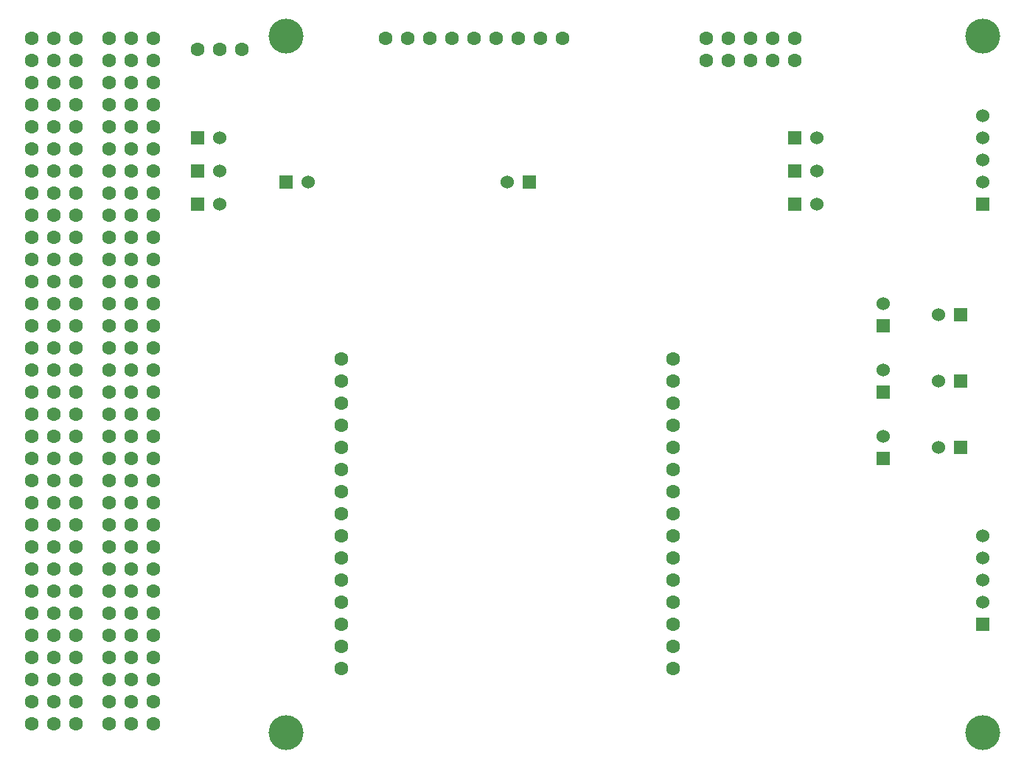
<source format=gbs>
G04 (created by PCBNEW (2013-05-31 BZR 4019)-stable) date 8/21/2013 10:35:06 AM*
%MOIN*%
G04 Gerber Fmt 3.4, Leading zero omitted, Abs format*
%FSLAX34Y34*%
G01*
G70*
G90*
G04 APERTURE LIST*
%ADD10C,0.00590551*%
%ADD11C,0.0629921*%
%ADD12R,0.06X0.06*%
%ADD13C,0.06*%
%ADD14C,0.15748*%
G04 APERTURE END LIST*
G54D10*
G54D11*
X22500Y-18000D03*
X22500Y-19000D03*
X22500Y-17000D03*
X22500Y-13000D03*
X22500Y-14000D03*
X22500Y-12000D03*
X23500Y-30000D03*
X23500Y-29000D03*
X23500Y-28000D03*
X23500Y-27000D03*
X23500Y-31000D03*
X23500Y-32000D03*
X23500Y-33000D03*
X23500Y-34000D03*
X23500Y-42000D03*
X23500Y-41000D03*
X23500Y-40000D03*
X23500Y-39000D03*
X23500Y-35000D03*
X23500Y-36000D03*
X23500Y-37000D03*
X23500Y-38000D03*
X23500Y-22000D03*
X23500Y-21000D03*
X23500Y-20000D03*
X23500Y-19000D03*
X23500Y-23000D03*
X23500Y-24000D03*
X23500Y-25000D03*
X23500Y-26000D03*
X23500Y-18000D03*
X23500Y-17000D03*
X23500Y-16000D03*
X23500Y-15000D03*
X24500Y-11000D03*
X24500Y-12000D03*
X24500Y-13000D03*
X24500Y-14000D03*
X24500Y-15000D03*
X24500Y-16000D03*
X24500Y-17000D03*
X24500Y-18000D03*
X24500Y-19000D03*
X24500Y-20000D03*
X24500Y-21000D03*
X24500Y-22000D03*
X24500Y-23000D03*
X24500Y-24000D03*
X24500Y-25000D03*
X24500Y-26000D03*
X24500Y-27000D03*
X24500Y-28000D03*
X24500Y-29000D03*
X24500Y-30000D03*
X24500Y-31000D03*
X24500Y-32000D03*
X24500Y-33000D03*
X24500Y-34000D03*
X24500Y-35000D03*
X24500Y-36000D03*
X24500Y-37000D03*
X24500Y-38000D03*
X24500Y-39000D03*
X24500Y-40000D03*
X24500Y-41000D03*
X24500Y-42000D03*
X23500Y-11000D03*
X23500Y-12000D03*
X23500Y-13000D03*
X23500Y-14000D03*
X22500Y-11000D03*
X22500Y-15000D03*
X22500Y-16000D03*
X22500Y-20000D03*
X22500Y-21000D03*
X22500Y-22000D03*
X22500Y-23000D03*
X22500Y-24000D03*
X22500Y-25000D03*
X22500Y-26000D03*
X22500Y-27000D03*
X22500Y-28000D03*
X22500Y-29000D03*
X22500Y-30000D03*
X22500Y-31000D03*
X22500Y-32000D03*
X22500Y-33000D03*
X22500Y-34000D03*
X22500Y-35000D03*
X22500Y-36000D03*
X22500Y-37000D03*
X22500Y-38000D03*
X22500Y-39000D03*
X22500Y-40000D03*
X22500Y-41000D03*
X22500Y-42000D03*
X26000Y-18000D03*
X26000Y-19000D03*
X26000Y-17000D03*
X26000Y-13000D03*
X26000Y-14000D03*
X26000Y-12000D03*
X27000Y-30000D03*
X27000Y-29000D03*
X27000Y-28000D03*
X27000Y-27000D03*
X27000Y-31000D03*
X27000Y-32000D03*
X27000Y-33000D03*
X27000Y-34000D03*
X27000Y-42000D03*
X27000Y-41000D03*
X27000Y-40000D03*
X27000Y-39000D03*
X27000Y-35000D03*
X27000Y-36000D03*
X27000Y-37000D03*
X27000Y-38000D03*
X27000Y-22000D03*
X27000Y-21000D03*
X27000Y-20000D03*
X27000Y-19000D03*
X27000Y-23000D03*
X27000Y-24000D03*
X27000Y-25000D03*
X27000Y-26000D03*
X27000Y-18000D03*
X27000Y-17000D03*
X27000Y-16000D03*
X27000Y-15000D03*
X28000Y-11000D03*
X28000Y-12000D03*
X28000Y-13000D03*
X28000Y-14000D03*
X28000Y-15000D03*
X28000Y-16000D03*
X28000Y-17000D03*
X28000Y-18000D03*
X28000Y-19000D03*
X28000Y-20000D03*
X28000Y-21000D03*
X28000Y-22000D03*
X28000Y-23000D03*
X28000Y-24000D03*
X28000Y-25000D03*
X28000Y-26000D03*
X28000Y-27000D03*
X28000Y-28000D03*
X28000Y-29000D03*
X28000Y-30000D03*
X28000Y-31000D03*
X28000Y-32000D03*
X28000Y-33000D03*
X28000Y-34000D03*
X28000Y-35000D03*
X28000Y-36000D03*
X28000Y-37000D03*
X28000Y-38000D03*
X28000Y-39000D03*
X28000Y-40000D03*
X28000Y-41000D03*
X28000Y-42000D03*
X27000Y-11000D03*
X27000Y-12000D03*
X27000Y-13000D03*
X27000Y-14000D03*
X26000Y-11000D03*
X26000Y-15000D03*
X26000Y-16000D03*
X26000Y-20000D03*
X26000Y-21000D03*
X26000Y-22000D03*
X26000Y-23000D03*
X26000Y-24000D03*
X26000Y-25000D03*
X26000Y-26000D03*
X26000Y-27000D03*
X26000Y-28000D03*
X26000Y-29000D03*
X26000Y-30000D03*
X26000Y-31000D03*
X26000Y-32000D03*
X26000Y-33000D03*
X26000Y-34000D03*
X26000Y-35000D03*
X26000Y-36000D03*
X26000Y-37000D03*
X26000Y-38000D03*
X26000Y-39000D03*
X26000Y-40000D03*
X26000Y-41000D03*
X26000Y-42000D03*
X30000Y-11500D03*
X31000Y-11500D03*
X32000Y-11500D03*
G54D12*
X65500Y-18500D03*
G54D13*
X65500Y-17500D03*
X65500Y-16500D03*
X65500Y-15500D03*
X65500Y-14500D03*
G54D12*
X65500Y-37500D03*
G54D13*
X65500Y-36500D03*
X65500Y-35500D03*
X65500Y-34500D03*
X65500Y-33500D03*
G54D12*
X64500Y-29500D03*
G54D13*
X63500Y-29500D03*
G54D12*
X30000Y-18500D03*
G54D13*
X31000Y-18500D03*
G54D12*
X30000Y-17000D03*
G54D13*
X31000Y-17000D03*
G54D12*
X30000Y-15500D03*
G54D13*
X31000Y-15500D03*
G54D12*
X45000Y-17500D03*
G54D13*
X44000Y-17500D03*
G54D12*
X34000Y-17500D03*
G54D13*
X35000Y-17500D03*
G54D12*
X64500Y-23500D03*
G54D13*
X63500Y-23500D03*
G54D12*
X64500Y-26500D03*
G54D13*
X63500Y-26500D03*
G54D12*
X57000Y-15500D03*
G54D13*
X58000Y-15500D03*
G54D12*
X57000Y-17000D03*
G54D13*
X58000Y-17000D03*
G54D12*
X57000Y-18500D03*
G54D13*
X58000Y-18500D03*
G54D11*
X53000Y-12000D03*
X53000Y-11000D03*
X54000Y-12000D03*
X54000Y-11000D03*
X55000Y-12000D03*
X55000Y-11000D03*
X56000Y-12000D03*
X56000Y-11000D03*
X57000Y-12000D03*
X57000Y-11000D03*
X36500Y-25500D03*
X36500Y-26500D03*
X36500Y-27500D03*
X36500Y-28500D03*
X36500Y-29500D03*
X36500Y-30500D03*
X36500Y-31500D03*
X36500Y-32500D03*
X36500Y-33500D03*
X36500Y-34500D03*
X36500Y-35500D03*
X36500Y-36500D03*
X36500Y-37500D03*
X36500Y-38500D03*
X36500Y-39500D03*
X51500Y-39500D03*
X51500Y-38500D03*
X51500Y-37500D03*
X51500Y-36500D03*
X51500Y-35500D03*
X51500Y-34500D03*
X51500Y-33500D03*
X51500Y-32500D03*
X51500Y-31500D03*
X51500Y-30500D03*
X51500Y-29500D03*
X51500Y-28500D03*
X51500Y-27500D03*
X51500Y-26500D03*
X51500Y-25500D03*
G54D12*
X61000Y-30000D03*
G54D13*
X61000Y-29000D03*
G54D12*
X61000Y-24000D03*
G54D13*
X61000Y-23000D03*
G54D12*
X61000Y-27000D03*
G54D13*
X61000Y-26000D03*
G54D11*
X38500Y-11000D03*
X39500Y-11000D03*
X40500Y-11000D03*
X41500Y-11000D03*
X42500Y-11000D03*
X43500Y-11000D03*
X44500Y-11000D03*
X45500Y-11000D03*
X46500Y-11000D03*
G54D14*
X65500Y-42400D03*
X65500Y-10900D03*
X34000Y-42400D03*
X34000Y-10900D03*
M02*

</source>
